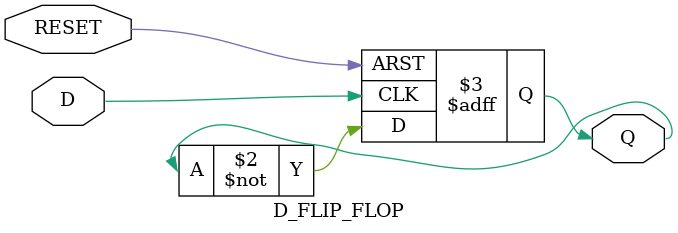
<source format=v>
module D_FLIP_FLOP(Q, D, RESET);
	output Q;
	input D, RESET;
	reg Q;
	
	always@(negedge D or posedge RESET)
	if(RESET) Q = 0;
	else Q = ~Q;

endmodule

</source>
